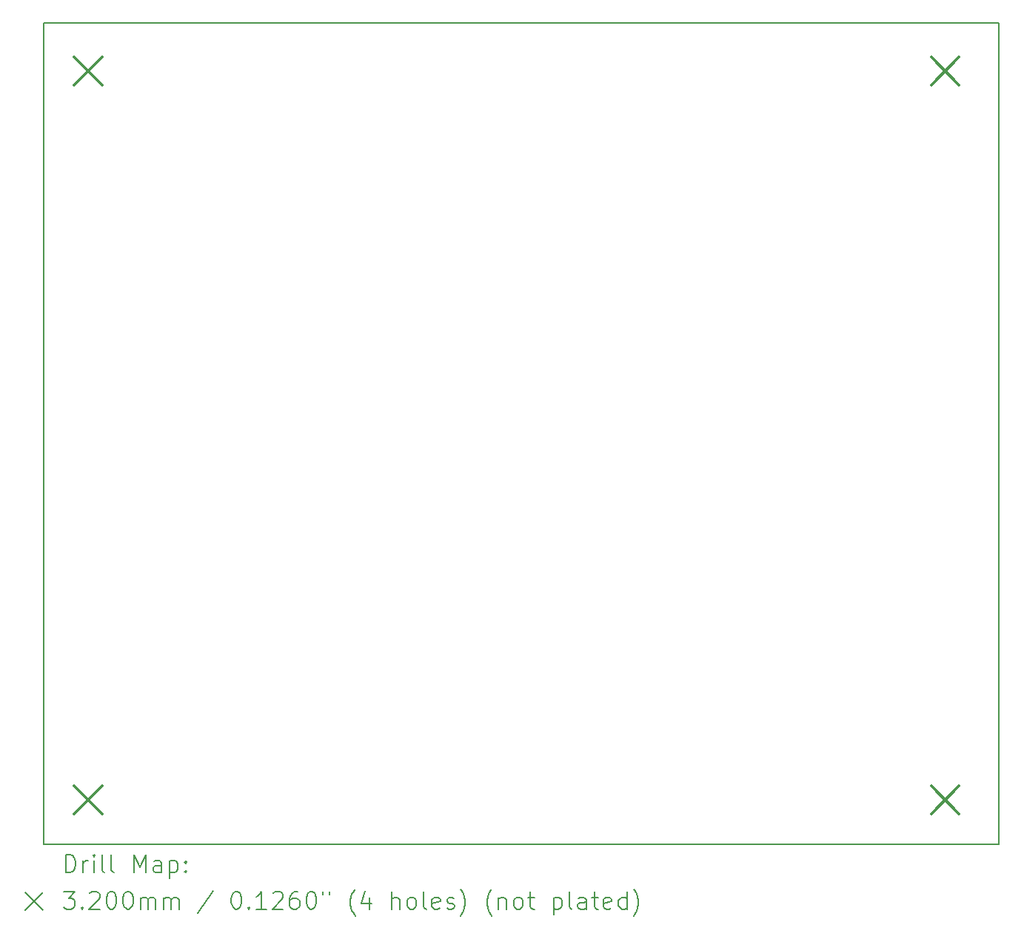
<source format=gbr>
%TF.GenerationSoftware,KiCad,Pcbnew,8.0.3*%
%TF.CreationDate,2024-08-20T11:31:27+02:00*%
%TF.ProjectId,hydrocontroller_schematic,68796472-6f63-46f6-9e74-726f6c6c6572,rev?*%
%TF.SameCoordinates,Original*%
%TF.FileFunction,Drillmap*%
%TF.FilePolarity,Positive*%
%FSLAX45Y45*%
G04 Gerber Fmt 4.5, Leading zero omitted, Abs format (unit mm)*
G04 Created by KiCad (PCBNEW 8.0.3) date 2024-08-20 11:31:27*
%MOMM*%
%LPD*%
G01*
G04 APERTURE LIST*
%ADD10C,0.200000*%
%ADD11C,0.320000*%
G04 APERTURE END LIST*
D10*
X5588000Y-3048000D02*
X16510000Y-3048000D01*
X16510000Y-12446000D01*
X5588000Y-12446000D01*
X5588000Y-3048000D01*
D11*
X5936000Y-3438000D02*
X6256000Y-3758000D01*
X6256000Y-3438000D02*
X5936000Y-3758000D01*
X5936000Y-11778000D02*
X6256000Y-12098000D01*
X6256000Y-11778000D02*
X5936000Y-12098000D01*
X15736000Y-3438000D02*
X16056000Y-3758000D01*
X16056000Y-3438000D02*
X15736000Y-3758000D01*
X15736000Y-11778000D02*
X16056000Y-12098000D01*
X16056000Y-11778000D02*
X15736000Y-12098000D01*
D10*
X5838777Y-12767484D02*
X5838777Y-12567484D01*
X5838777Y-12567484D02*
X5886396Y-12567484D01*
X5886396Y-12567484D02*
X5914967Y-12577008D01*
X5914967Y-12577008D02*
X5934015Y-12596055D01*
X5934015Y-12596055D02*
X5943539Y-12615103D01*
X5943539Y-12615103D02*
X5953062Y-12653198D01*
X5953062Y-12653198D02*
X5953062Y-12681769D01*
X5953062Y-12681769D02*
X5943539Y-12719865D01*
X5943539Y-12719865D02*
X5934015Y-12738912D01*
X5934015Y-12738912D02*
X5914967Y-12757960D01*
X5914967Y-12757960D02*
X5886396Y-12767484D01*
X5886396Y-12767484D02*
X5838777Y-12767484D01*
X6038777Y-12767484D02*
X6038777Y-12634150D01*
X6038777Y-12672246D02*
X6048301Y-12653198D01*
X6048301Y-12653198D02*
X6057824Y-12643674D01*
X6057824Y-12643674D02*
X6076872Y-12634150D01*
X6076872Y-12634150D02*
X6095920Y-12634150D01*
X6162586Y-12767484D02*
X6162586Y-12634150D01*
X6162586Y-12567484D02*
X6153062Y-12577008D01*
X6153062Y-12577008D02*
X6162586Y-12586531D01*
X6162586Y-12586531D02*
X6172110Y-12577008D01*
X6172110Y-12577008D02*
X6162586Y-12567484D01*
X6162586Y-12567484D02*
X6162586Y-12586531D01*
X6286396Y-12767484D02*
X6267348Y-12757960D01*
X6267348Y-12757960D02*
X6257824Y-12738912D01*
X6257824Y-12738912D02*
X6257824Y-12567484D01*
X6391158Y-12767484D02*
X6372110Y-12757960D01*
X6372110Y-12757960D02*
X6362586Y-12738912D01*
X6362586Y-12738912D02*
X6362586Y-12567484D01*
X6619729Y-12767484D02*
X6619729Y-12567484D01*
X6619729Y-12567484D02*
X6686396Y-12710341D01*
X6686396Y-12710341D02*
X6753062Y-12567484D01*
X6753062Y-12567484D02*
X6753062Y-12767484D01*
X6934015Y-12767484D02*
X6934015Y-12662722D01*
X6934015Y-12662722D02*
X6924491Y-12643674D01*
X6924491Y-12643674D02*
X6905443Y-12634150D01*
X6905443Y-12634150D02*
X6867348Y-12634150D01*
X6867348Y-12634150D02*
X6848301Y-12643674D01*
X6934015Y-12757960D02*
X6914967Y-12767484D01*
X6914967Y-12767484D02*
X6867348Y-12767484D01*
X6867348Y-12767484D02*
X6848301Y-12757960D01*
X6848301Y-12757960D02*
X6838777Y-12738912D01*
X6838777Y-12738912D02*
X6838777Y-12719865D01*
X6838777Y-12719865D02*
X6848301Y-12700817D01*
X6848301Y-12700817D02*
X6867348Y-12691293D01*
X6867348Y-12691293D02*
X6914967Y-12691293D01*
X6914967Y-12691293D02*
X6934015Y-12681769D01*
X7029253Y-12634150D02*
X7029253Y-12834150D01*
X7029253Y-12643674D02*
X7048301Y-12634150D01*
X7048301Y-12634150D02*
X7086396Y-12634150D01*
X7086396Y-12634150D02*
X7105443Y-12643674D01*
X7105443Y-12643674D02*
X7114967Y-12653198D01*
X7114967Y-12653198D02*
X7124491Y-12672246D01*
X7124491Y-12672246D02*
X7124491Y-12729388D01*
X7124491Y-12729388D02*
X7114967Y-12748436D01*
X7114967Y-12748436D02*
X7105443Y-12757960D01*
X7105443Y-12757960D02*
X7086396Y-12767484D01*
X7086396Y-12767484D02*
X7048301Y-12767484D01*
X7048301Y-12767484D02*
X7029253Y-12757960D01*
X7210205Y-12748436D02*
X7219729Y-12757960D01*
X7219729Y-12757960D02*
X7210205Y-12767484D01*
X7210205Y-12767484D02*
X7200682Y-12757960D01*
X7200682Y-12757960D02*
X7210205Y-12748436D01*
X7210205Y-12748436D02*
X7210205Y-12767484D01*
X7210205Y-12643674D02*
X7219729Y-12653198D01*
X7219729Y-12653198D02*
X7210205Y-12662722D01*
X7210205Y-12662722D02*
X7200682Y-12653198D01*
X7200682Y-12653198D02*
X7210205Y-12643674D01*
X7210205Y-12643674D02*
X7210205Y-12662722D01*
X5378000Y-12996000D02*
X5578000Y-13196000D01*
X5578000Y-12996000D02*
X5378000Y-13196000D01*
X5819729Y-12987484D02*
X5943539Y-12987484D01*
X5943539Y-12987484D02*
X5876872Y-13063674D01*
X5876872Y-13063674D02*
X5905443Y-13063674D01*
X5905443Y-13063674D02*
X5924491Y-13073198D01*
X5924491Y-13073198D02*
X5934015Y-13082722D01*
X5934015Y-13082722D02*
X5943539Y-13101769D01*
X5943539Y-13101769D02*
X5943539Y-13149388D01*
X5943539Y-13149388D02*
X5934015Y-13168436D01*
X5934015Y-13168436D02*
X5924491Y-13177960D01*
X5924491Y-13177960D02*
X5905443Y-13187484D01*
X5905443Y-13187484D02*
X5848301Y-13187484D01*
X5848301Y-13187484D02*
X5829253Y-13177960D01*
X5829253Y-13177960D02*
X5819729Y-13168436D01*
X6029253Y-13168436D02*
X6038777Y-13177960D01*
X6038777Y-13177960D02*
X6029253Y-13187484D01*
X6029253Y-13187484D02*
X6019729Y-13177960D01*
X6019729Y-13177960D02*
X6029253Y-13168436D01*
X6029253Y-13168436D02*
X6029253Y-13187484D01*
X6114967Y-13006531D02*
X6124491Y-12997008D01*
X6124491Y-12997008D02*
X6143539Y-12987484D01*
X6143539Y-12987484D02*
X6191158Y-12987484D01*
X6191158Y-12987484D02*
X6210205Y-12997008D01*
X6210205Y-12997008D02*
X6219729Y-13006531D01*
X6219729Y-13006531D02*
X6229253Y-13025579D01*
X6229253Y-13025579D02*
X6229253Y-13044627D01*
X6229253Y-13044627D02*
X6219729Y-13073198D01*
X6219729Y-13073198D02*
X6105443Y-13187484D01*
X6105443Y-13187484D02*
X6229253Y-13187484D01*
X6353062Y-12987484D02*
X6372110Y-12987484D01*
X6372110Y-12987484D02*
X6391158Y-12997008D01*
X6391158Y-12997008D02*
X6400682Y-13006531D01*
X6400682Y-13006531D02*
X6410205Y-13025579D01*
X6410205Y-13025579D02*
X6419729Y-13063674D01*
X6419729Y-13063674D02*
X6419729Y-13111293D01*
X6419729Y-13111293D02*
X6410205Y-13149388D01*
X6410205Y-13149388D02*
X6400682Y-13168436D01*
X6400682Y-13168436D02*
X6391158Y-13177960D01*
X6391158Y-13177960D02*
X6372110Y-13187484D01*
X6372110Y-13187484D02*
X6353062Y-13187484D01*
X6353062Y-13187484D02*
X6334015Y-13177960D01*
X6334015Y-13177960D02*
X6324491Y-13168436D01*
X6324491Y-13168436D02*
X6314967Y-13149388D01*
X6314967Y-13149388D02*
X6305443Y-13111293D01*
X6305443Y-13111293D02*
X6305443Y-13063674D01*
X6305443Y-13063674D02*
X6314967Y-13025579D01*
X6314967Y-13025579D02*
X6324491Y-13006531D01*
X6324491Y-13006531D02*
X6334015Y-12997008D01*
X6334015Y-12997008D02*
X6353062Y-12987484D01*
X6543539Y-12987484D02*
X6562586Y-12987484D01*
X6562586Y-12987484D02*
X6581634Y-12997008D01*
X6581634Y-12997008D02*
X6591158Y-13006531D01*
X6591158Y-13006531D02*
X6600682Y-13025579D01*
X6600682Y-13025579D02*
X6610205Y-13063674D01*
X6610205Y-13063674D02*
X6610205Y-13111293D01*
X6610205Y-13111293D02*
X6600682Y-13149388D01*
X6600682Y-13149388D02*
X6591158Y-13168436D01*
X6591158Y-13168436D02*
X6581634Y-13177960D01*
X6581634Y-13177960D02*
X6562586Y-13187484D01*
X6562586Y-13187484D02*
X6543539Y-13187484D01*
X6543539Y-13187484D02*
X6524491Y-13177960D01*
X6524491Y-13177960D02*
X6514967Y-13168436D01*
X6514967Y-13168436D02*
X6505443Y-13149388D01*
X6505443Y-13149388D02*
X6495920Y-13111293D01*
X6495920Y-13111293D02*
X6495920Y-13063674D01*
X6495920Y-13063674D02*
X6505443Y-13025579D01*
X6505443Y-13025579D02*
X6514967Y-13006531D01*
X6514967Y-13006531D02*
X6524491Y-12997008D01*
X6524491Y-12997008D02*
X6543539Y-12987484D01*
X6695920Y-13187484D02*
X6695920Y-13054150D01*
X6695920Y-13073198D02*
X6705443Y-13063674D01*
X6705443Y-13063674D02*
X6724491Y-13054150D01*
X6724491Y-13054150D02*
X6753063Y-13054150D01*
X6753063Y-13054150D02*
X6772110Y-13063674D01*
X6772110Y-13063674D02*
X6781634Y-13082722D01*
X6781634Y-13082722D02*
X6781634Y-13187484D01*
X6781634Y-13082722D02*
X6791158Y-13063674D01*
X6791158Y-13063674D02*
X6810205Y-13054150D01*
X6810205Y-13054150D02*
X6838777Y-13054150D01*
X6838777Y-13054150D02*
X6857824Y-13063674D01*
X6857824Y-13063674D02*
X6867348Y-13082722D01*
X6867348Y-13082722D02*
X6867348Y-13187484D01*
X6962586Y-13187484D02*
X6962586Y-13054150D01*
X6962586Y-13073198D02*
X6972110Y-13063674D01*
X6972110Y-13063674D02*
X6991158Y-13054150D01*
X6991158Y-13054150D02*
X7019729Y-13054150D01*
X7019729Y-13054150D02*
X7038777Y-13063674D01*
X7038777Y-13063674D02*
X7048301Y-13082722D01*
X7048301Y-13082722D02*
X7048301Y-13187484D01*
X7048301Y-13082722D02*
X7057824Y-13063674D01*
X7057824Y-13063674D02*
X7076872Y-13054150D01*
X7076872Y-13054150D02*
X7105443Y-13054150D01*
X7105443Y-13054150D02*
X7124491Y-13063674D01*
X7124491Y-13063674D02*
X7134015Y-13082722D01*
X7134015Y-13082722D02*
X7134015Y-13187484D01*
X7524491Y-12977960D02*
X7353063Y-13235103D01*
X7781634Y-12987484D02*
X7800682Y-12987484D01*
X7800682Y-12987484D02*
X7819729Y-12997008D01*
X7819729Y-12997008D02*
X7829253Y-13006531D01*
X7829253Y-13006531D02*
X7838777Y-13025579D01*
X7838777Y-13025579D02*
X7848301Y-13063674D01*
X7848301Y-13063674D02*
X7848301Y-13111293D01*
X7848301Y-13111293D02*
X7838777Y-13149388D01*
X7838777Y-13149388D02*
X7829253Y-13168436D01*
X7829253Y-13168436D02*
X7819729Y-13177960D01*
X7819729Y-13177960D02*
X7800682Y-13187484D01*
X7800682Y-13187484D02*
X7781634Y-13187484D01*
X7781634Y-13187484D02*
X7762586Y-13177960D01*
X7762586Y-13177960D02*
X7753063Y-13168436D01*
X7753063Y-13168436D02*
X7743539Y-13149388D01*
X7743539Y-13149388D02*
X7734015Y-13111293D01*
X7734015Y-13111293D02*
X7734015Y-13063674D01*
X7734015Y-13063674D02*
X7743539Y-13025579D01*
X7743539Y-13025579D02*
X7753063Y-13006531D01*
X7753063Y-13006531D02*
X7762586Y-12997008D01*
X7762586Y-12997008D02*
X7781634Y-12987484D01*
X7934015Y-13168436D02*
X7943539Y-13177960D01*
X7943539Y-13177960D02*
X7934015Y-13187484D01*
X7934015Y-13187484D02*
X7924491Y-13177960D01*
X7924491Y-13177960D02*
X7934015Y-13168436D01*
X7934015Y-13168436D02*
X7934015Y-13187484D01*
X8134015Y-13187484D02*
X8019729Y-13187484D01*
X8076872Y-13187484D02*
X8076872Y-12987484D01*
X8076872Y-12987484D02*
X8057825Y-13016055D01*
X8057825Y-13016055D02*
X8038777Y-13035103D01*
X8038777Y-13035103D02*
X8019729Y-13044627D01*
X8210206Y-13006531D02*
X8219729Y-12997008D01*
X8219729Y-12997008D02*
X8238777Y-12987484D01*
X8238777Y-12987484D02*
X8286396Y-12987484D01*
X8286396Y-12987484D02*
X8305444Y-12997008D01*
X8305444Y-12997008D02*
X8314967Y-13006531D01*
X8314967Y-13006531D02*
X8324491Y-13025579D01*
X8324491Y-13025579D02*
X8324491Y-13044627D01*
X8324491Y-13044627D02*
X8314967Y-13073198D01*
X8314967Y-13073198D02*
X8200682Y-13187484D01*
X8200682Y-13187484D02*
X8324491Y-13187484D01*
X8495920Y-12987484D02*
X8457825Y-12987484D01*
X8457825Y-12987484D02*
X8438777Y-12997008D01*
X8438777Y-12997008D02*
X8429253Y-13006531D01*
X8429253Y-13006531D02*
X8410206Y-13035103D01*
X8410206Y-13035103D02*
X8400682Y-13073198D01*
X8400682Y-13073198D02*
X8400682Y-13149388D01*
X8400682Y-13149388D02*
X8410206Y-13168436D01*
X8410206Y-13168436D02*
X8419729Y-13177960D01*
X8419729Y-13177960D02*
X8438777Y-13187484D01*
X8438777Y-13187484D02*
X8476872Y-13187484D01*
X8476872Y-13187484D02*
X8495920Y-13177960D01*
X8495920Y-13177960D02*
X8505444Y-13168436D01*
X8505444Y-13168436D02*
X8514968Y-13149388D01*
X8514968Y-13149388D02*
X8514968Y-13101769D01*
X8514968Y-13101769D02*
X8505444Y-13082722D01*
X8505444Y-13082722D02*
X8495920Y-13073198D01*
X8495920Y-13073198D02*
X8476872Y-13063674D01*
X8476872Y-13063674D02*
X8438777Y-13063674D01*
X8438777Y-13063674D02*
X8419729Y-13073198D01*
X8419729Y-13073198D02*
X8410206Y-13082722D01*
X8410206Y-13082722D02*
X8400682Y-13101769D01*
X8638777Y-12987484D02*
X8657825Y-12987484D01*
X8657825Y-12987484D02*
X8676872Y-12997008D01*
X8676872Y-12997008D02*
X8686396Y-13006531D01*
X8686396Y-13006531D02*
X8695920Y-13025579D01*
X8695920Y-13025579D02*
X8705444Y-13063674D01*
X8705444Y-13063674D02*
X8705444Y-13111293D01*
X8705444Y-13111293D02*
X8695920Y-13149388D01*
X8695920Y-13149388D02*
X8686396Y-13168436D01*
X8686396Y-13168436D02*
X8676872Y-13177960D01*
X8676872Y-13177960D02*
X8657825Y-13187484D01*
X8657825Y-13187484D02*
X8638777Y-13187484D01*
X8638777Y-13187484D02*
X8619729Y-13177960D01*
X8619729Y-13177960D02*
X8610206Y-13168436D01*
X8610206Y-13168436D02*
X8600682Y-13149388D01*
X8600682Y-13149388D02*
X8591158Y-13111293D01*
X8591158Y-13111293D02*
X8591158Y-13063674D01*
X8591158Y-13063674D02*
X8600682Y-13025579D01*
X8600682Y-13025579D02*
X8610206Y-13006531D01*
X8610206Y-13006531D02*
X8619729Y-12997008D01*
X8619729Y-12997008D02*
X8638777Y-12987484D01*
X8781634Y-12987484D02*
X8781634Y-13025579D01*
X8857825Y-12987484D02*
X8857825Y-13025579D01*
X9153063Y-13263674D02*
X9143539Y-13254150D01*
X9143539Y-13254150D02*
X9124491Y-13225579D01*
X9124491Y-13225579D02*
X9114968Y-13206531D01*
X9114968Y-13206531D02*
X9105444Y-13177960D01*
X9105444Y-13177960D02*
X9095920Y-13130341D01*
X9095920Y-13130341D02*
X9095920Y-13092246D01*
X9095920Y-13092246D02*
X9105444Y-13044627D01*
X9105444Y-13044627D02*
X9114968Y-13016055D01*
X9114968Y-13016055D02*
X9124491Y-12997008D01*
X9124491Y-12997008D02*
X9143539Y-12968436D01*
X9143539Y-12968436D02*
X9153063Y-12958912D01*
X9314968Y-13054150D02*
X9314968Y-13187484D01*
X9267349Y-12977960D02*
X9219730Y-13120817D01*
X9219730Y-13120817D02*
X9343539Y-13120817D01*
X9572111Y-13187484D02*
X9572111Y-12987484D01*
X9657825Y-13187484D02*
X9657825Y-13082722D01*
X9657825Y-13082722D02*
X9648301Y-13063674D01*
X9648301Y-13063674D02*
X9629253Y-13054150D01*
X9629253Y-13054150D02*
X9600682Y-13054150D01*
X9600682Y-13054150D02*
X9581634Y-13063674D01*
X9581634Y-13063674D02*
X9572111Y-13073198D01*
X9781634Y-13187484D02*
X9762587Y-13177960D01*
X9762587Y-13177960D02*
X9753063Y-13168436D01*
X9753063Y-13168436D02*
X9743539Y-13149388D01*
X9743539Y-13149388D02*
X9743539Y-13092246D01*
X9743539Y-13092246D02*
X9753063Y-13073198D01*
X9753063Y-13073198D02*
X9762587Y-13063674D01*
X9762587Y-13063674D02*
X9781634Y-13054150D01*
X9781634Y-13054150D02*
X9810206Y-13054150D01*
X9810206Y-13054150D02*
X9829253Y-13063674D01*
X9829253Y-13063674D02*
X9838777Y-13073198D01*
X9838777Y-13073198D02*
X9848301Y-13092246D01*
X9848301Y-13092246D02*
X9848301Y-13149388D01*
X9848301Y-13149388D02*
X9838777Y-13168436D01*
X9838777Y-13168436D02*
X9829253Y-13177960D01*
X9829253Y-13177960D02*
X9810206Y-13187484D01*
X9810206Y-13187484D02*
X9781634Y-13187484D01*
X9962587Y-13187484D02*
X9943539Y-13177960D01*
X9943539Y-13177960D02*
X9934015Y-13158912D01*
X9934015Y-13158912D02*
X9934015Y-12987484D01*
X10114968Y-13177960D02*
X10095920Y-13187484D01*
X10095920Y-13187484D02*
X10057825Y-13187484D01*
X10057825Y-13187484D02*
X10038777Y-13177960D01*
X10038777Y-13177960D02*
X10029253Y-13158912D01*
X10029253Y-13158912D02*
X10029253Y-13082722D01*
X10029253Y-13082722D02*
X10038777Y-13063674D01*
X10038777Y-13063674D02*
X10057825Y-13054150D01*
X10057825Y-13054150D02*
X10095920Y-13054150D01*
X10095920Y-13054150D02*
X10114968Y-13063674D01*
X10114968Y-13063674D02*
X10124492Y-13082722D01*
X10124492Y-13082722D02*
X10124492Y-13101769D01*
X10124492Y-13101769D02*
X10029253Y-13120817D01*
X10200682Y-13177960D02*
X10219730Y-13187484D01*
X10219730Y-13187484D02*
X10257825Y-13187484D01*
X10257825Y-13187484D02*
X10276873Y-13177960D01*
X10276873Y-13177960D02*
X10286396Y-13158912D01*
X10286396Y-13158912D02*
X10286396Y-13149388D01*
X10286396Y-13149388D02*
X10276873Y-13130341D01*
X10276873Y-13130341D02*
X10257825Y-13120817D01*
X10257825Y-13120817D02*
X10229253Y-13120817D01*
X10229253Y-13120817D02*
X10210206Y-13111293D01*
X10210206Y-13111293D02*
X10200682Y-13092246D01*
X10200682Y-13092246D02*
X10200682Y-13082722D01*
X10200682Y-13082722D02*
X10210206Y-13063674D01*
X10210206Y-13063674D02*
X10229253Y-13054150D01*
X10229253Y-13054150D02*
X10257825Y-13054150D01*
X10257825Y-13054150D02*
X10276873Y-13063674D01*
X10353063Y-13263674D02*
X10362587Y-13254150D01*
X10362587Y-13254150D02*
X10381634Y-13225579D01*
X10381634Y-13225579D02*
X10391158Y-13206531D01*
X10391158Y-13206531D02*
X10400682Y-13177960D01*
X10400682Y-13177960D02*
X10410206Y-13130341D01*
X10410206Y-13130341D02*
X10410206Y-13092246D01*
X10410206Y-13092246D02*
X10400682Y-13044627D01*
X10400682Y-13044627D02*
X10391158Y-13016055D01*
X10391158Y-13016055D02*
X10381634Y-12997008D01*
X10381634Y-12997008D02*
X10362587Y-12968436D01*
X10362587Y-12968436D02*
X10353063Y-12958912D01*
X10714968Y-13263674D02*
X10705444Y-13254150D01*
X10705444Y-13254150D02*
X10686396Y-13225579D01*
X10686396Y-13225579D02*
X10676873Y-13206531D01*
X10676873Y-13206531D02*
X10667349Y-13177960D01*
X10667349Y-13177960D02*
X10657825Y-13130341D01*
X10657825Y-13130341D02*
X10657825Y-13092246D01*
X10657825Y-13092246D02*
X10667349Y-13044627D01*
X10667349Y-13044627D02*
X10676873Y-13016055D01*
X10676873Y-13016055D02*
X10686396Y-12997008D01*
X10686396Y-12997008D02*
X10705444Y-12968436D01*
X10705444Y-12968436D02*
X10714968Y-12958912D01*
X10791158Y-13054150D02*
X10791158Y-13187484D01*
X10791158Y-13073198D02*
X10800682Y-13063674D01*
X10800682Y-13063674D02*
X10819730Y-13054150D01*
X10819730Y-13054150D02*
X10848301Y-13054150D01*
X10848301Y-13054150D02*
X10867349Y-13063674D01*
X10867349Y-13063674D02*
X10876873Y-13082722D01*
X10876873Y-13082722D02*
X10876873Y-13187484D01*
X11000682Y-13187484D02*
X10981634Y-13177960D01*
X10981634Y-13177960D02*
X10972111Y-13168436D01*
X10972111Y-13168436D02*
X10962587Y-13149388D01*
X10962587Y-13149388D02*
X10962587Y-13092246D01*
X10962587Y-13092246D02*
X10972111Y-13073198D01*
X10972111Y-13073198D02*
X10981634Y-13063674D01*
X10981634Y-13063674D02*
X11000682Y-13054150D01*
X11000682Y-13054150D02*
X11029254Y-13054150D01*
X11029254Y-13054150D02*
X11048301Y-13063674D01*
X11048301Y-13063674D02*
X11057825Y-13073198D01*
X11057825Y-13073198D02*
X11067349Y-13092246D01*
X11067349Y-13092246D02*
X11067349Y-13149388D01*
X11067349Y-13149388D02*
X11057825Y-13168436D01*
X11057825Y-13168436D02*
X11048301Y-13177960D01*
X11048301Y-13177960D02*
X11029254Y-13187484D01*
X11029254Y-13187484D02*
X11000682Y-13187484D01*
X11124492Y-13054150D02*
X11200682Y-13054150D01*
X11153063Y-12987484D02*
X11153063Y-13158912D01*
X11153063Y-13158912D02*
X11162587Y-13177960D01*
X11162587Y-13177960D02*
X11181634Y-13187484D01*
X11181634Y-13187484D02*
X11200682Y-13187484D01*
X11419730Y-13054150D02*
X11419730Y-13254150D01*
X11419730Y-13063674D02*
X11438777Y-13054150D01*
X11438777Y-13054150D02*
X11476873Y-13054150D01*
X11476873Y-13054150D02*
X11495920Y-13063674D01*
X11495920Y-13063674D02*
X11505444Y-13073198D01*
X11505444Y-13073198D02*
X11514968Y-13092246D01*
X11514968Y-13092246D02*
X11514968Y-13149388D01*
X11514968Y-13149388D02*
X11505444Y-13168436D01*
X11505444Y-13168436D02*
X11495920Y-13177960D01*
X11495920Y-13177960D02*
X11476873Y-13187484D01*
X11476873Y-13187484D02*
X11438777Y-13187484D01*
X11438777Y-13187484D02*
X11419730Y-13177960D01*
X11629253Y-13187484D02*
X11610206Y-13177960D01*
X11610206Y-13177960D02*
X11600682Y-13158912D01*
X11600682Y-13158912D02*
X11600682Y-12987484D01*
X11791158Y-13187484D02*
X11791158Y-13082722D01*
X11791158Y-13082722D02*
X11781634Y-13063674D01*
X11781634Y-13063674D02*
X11762587Y-13054150D01*
X11762587Y-13054150D02*
X11724492Y-13054150D01*
X11724492Y-13054150D02*
X11705444Y-13063674D01*
X11791158Y-13177960D02*
X11772111Y-13187484D01*
X11772111Y-13187484D02*
X11724492Y-13187484D01*
X11724492Y-13187484D02*
X11705444Y-13177960D01*
X11705444Y-13177960D02*
X11695920Y-13158912D01*
X11695920Y-13158912D02*
X11695920Y-13139865D01*
X11695920Y-13139865D02*
X11705444Y-13120817D01*
X11705444Y-13120817D02*
X11724492Y-13111293D01*
X11724492Y-13111293D02*
X11772111Y-13111293D01*
X11772111Y-13111293D02*
X11791158Y-13101769D01*
X11857825Y-13054150D02*
X11934015Y-13054150D01*
X11886396Y-12987484D02*
X11886396Y-13158912D01*
X11886396Y-13158912D02*
X11895920Y-13177960D01*
X11895920Y-13177960D02*
X11914968Y-13187484D01*
X11914968Y-13187484D02*
X11934015Y-13187484D01*
X12076873Y-13177960D02*
X12057825Y-13187484D01*
X12057825Y-13187484D02*
X12019730Y-13187484D01*
X12019730Y-13187484D02*
X12000682Y-13177960D01*
X12000682Y-13177960D02*
X11991158Y-13158912D01*
X11991158Y-13158912D02*
X11991158Y-13082722D01*
X11991158Y-13082722D02*
X12000682Y-13063674D01*
X12000682Y-13063674D02*
X12019730Y-13054150D01*
X12019730Y-13054150D02*
X12057825Y-13054150D01*
X12057825Y-13054150D02*
X12076873Y-13063674D01*
X12076873Y-13063674D02*
X12086396Y-13082722D01*
X12086396Y-13082722D02*
X12086396Y-13101769D01*
X12086396Y-13101769D02*
X11991158Y-13120817D01*
X12257825Y-13187484D02*
X12257825Y-12987484D01*
X12257825Y-13177960D02*
X12238777Y-13187484D01*
X12238777Y-13187484D02*
X12200682Y-13187484D01*
X12200682Y-13187484D02*
X12181634Y-13177960D01*
X12181634Y-13177960D02*
X12172111Y-13168436D01*
X12172111Y-13168436D02*
X12162587Y-13149388D01*
X12162587Y-13149388D02*
X12162587Y-13092246D01*
X12162587Y-13092246D02*
X12172111Y-13073198D01*
X12172111Y-13073198D02*
X12181634Y-13063674D01*
X12181634Y-13063674D02*
X12200682Y-13054150D01*
X12200682Y-13054150D02*
X12238777Y-13054150D01*
X12238777Y-13054150D02*
X12257825Y-13063674D01*
X12334015Y-13263674D02*
X12343539Y-13254150D01*
X12343539Y-13254150D02*
X12362587Y-13225579D01*
X12362587Y-13225579D02*
X12372111Y-13206531D01*
X12372111Y-13206531D02*
X12381634Y-13177960D01*
X12381634Y-13177960D02*
X12391158Y-13130341D01*
X12391158Y-13130341D02*
X12391158Y-13092246D01*
X12391158Y-13092246D02*
X12381634Y-13044627D01*
X12381634Y-13044627D02*
X12372111Y-13016055D01*
X12372111Y-13016055D02*
X12362587Y-12997008D01*
X12362587Y-12997008D02*
X12343539Y-12968436D01*
X12343539Y-12968436D02*
X12334015Y-12958912D01*
M02*

</source>
